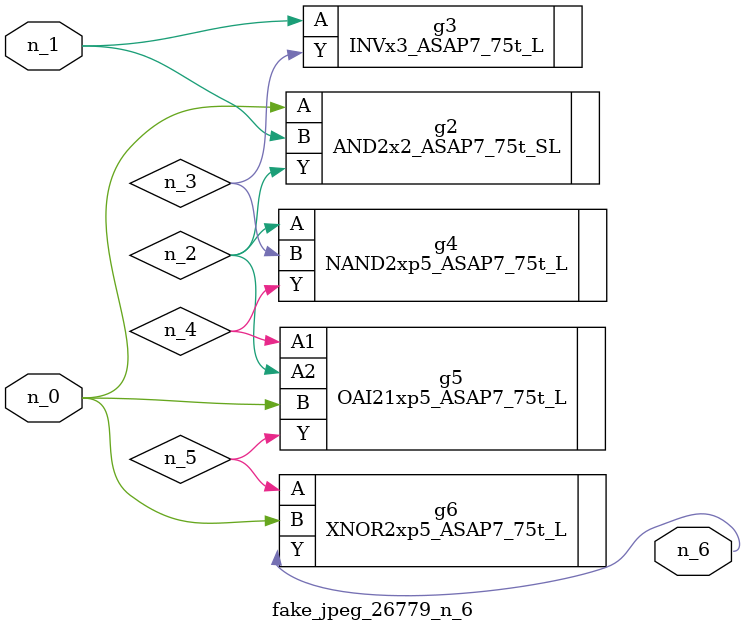
<source format=v>
module fake_jpeg_26779_n_6 (n_0, n_1, n_6);

input n_0;
input n_1;

output n_6;

wire n_3;
wire n_2;
wire n_4;
wire n_5;

AND2x2_ASAP7_75t_SL g2 ( 
.A(n_0),
.B(n_1),
.Y(n_2)
);

INVx3_ASAP7_75t_L g3 ( 
.A(n_1),
.Y(n_3)
);

NAND2xp5_ASAP7_75t_L g4 ( 
.A(n_2),
.B(n_3),
.Y(n_4)
);

OAI21xp5_ASAP7_75t_L g5 ( 
.A1(n_4),
.A2(n_2),
.B(n_0),
.Y(n_5)
);

XNOR2xp5_ASAP7_75t_L g6 ( 
.A(n_5),
.B(n_0),
.Y(n_6)
);


endmodule
</source>
